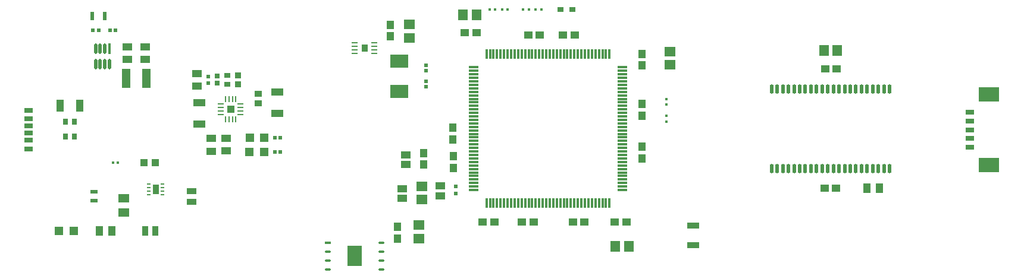
<source format=gbr>
%TF.GenerationSoftware,Altium Limited,Altium Designer,25.8.1 (18)*%
G04 Layer_Color=8421504*
%FSLAX45Y45*%
%MOMM*%
%TF.SameCoordinates,7B3F40D8-49BE-4A82-B445-1243D3C56F15*%
%TF.FilePolarity,Positive*%
%TF.FileFunction,Paste,Top*%
%TF.Part,Single*%
G01*
G75*
%TA.AperFunction,SMDPad,CuDef*%
G04:AMPARAMS|DCode=10|XSize=0.55mm|YSize=1.35mm|CornerRadius=0.275mm|HoleSize=0mm|Usage=FLASHONLY|Rotation=0.000|XOffset=0mm|YOffset=0mm|HoleType=Round|Shape=RoundedRectangle|*
%AMROUNDEDRECTD10*
21,1,0.55000,0.80000,0,0,0.0*
21,1,0.00000,1.35000,0,0,0.0*
1,1,0.55000,0.00000,-0.40000*
1,1,0.55000,0.00000,-0.40000*
1,1,0.55000,0.00000,0.40000*
1,1,0.55000,0.00000,0.40000*
%
%ADD10ROUNDEDRECTD10*%
%ADD11R,1.35000X0.35000*%
%ADD12R,0.35000X1.35000*%
%ADD13R,1.40000X1.50000*%
%ADD14R,1.50000X1.40000*%
%ADD15R,1.01213X1.15814*%
%ADD16R,1.15814X1.01213*%
%ADD17R,0.90000X0.80000*%
%ADD18R,1.70000X0.95000*%
%ADD19R,0.50000X0.50000*%
%ADD20R,1.35000X1.10000*%
%ADD21R,0.52000X0.56000*%
G04:AMPARAMS|DCode=23|XSize=0.86107mm|YSize=0.23928mm|CornerRadius=0.11964mm|HoleSize=0mm|Usage=FLASHONLY|Rotation=0.000|XOffset=0mm|YOffset=0mm|HoleType=Round|Shape=RoundedRectangle|*
%AMROUNDEDRECTD23*
21,1,0.86107,0.00000,0,0,0.0*
21,1,0.62178,0.23928,0,0,0.0*
1,1,0.23928,0.31089,0.00000*
1,1,0.23928,-0.31089,0.00000*
1,1,0.23928,-0.31089,0.00000*
1,1,0.23928,0.31089,0.00000*
%
%ADD23ROUNDEDRECTD23*%
%ADD24R,1.80000X1.00000*%
%ADD25R,0.85000X0.70000*%
%ADD26R,0.90000X0.85000*%
%ADD27R,0.60000X1.25000*%
G04:AMPARAMS|DCode=28|XSize=1.50524mm|YSize=0.45493mm|CornerRadius=0.22746mm|HoleSize=0mm|Usage=FLASHONLY|Rotation=270.000|XOffset=0mm|YOffset=0mm|HoleType=Round|Shape=RoundedRectangle|*
%AMROUNDEDRECTD28*
21,1,1.50524,0.00000,0,0,270.0*
21,1,1.05031,0.45493,0,0,270.0*
1,1,0.45493,0.00000,-0.52516*
1,1,0.45493,0.00000,0.52516*
1,1,0.45493,0.00000,0.52516*
1,1,0.45493,0.00000,-0.52516*
%
%ADD28ROUNDEDRECTD28*%
%ADD29R,1.35000X1.00000*%
%ADD30R,0.52000X0.52000*%
%ADD31R,0.65000X0.65000*%
%ADD32R,0.55000X0.55000*%
%ADD33R,1.05000X0.90000*%
G04:AMPARAMS|DCode=35|XSize=0.23928mm|YSize=0.86602mm|CornerRadius=0.11964mm|HoleSize=0mm|Usage=FLASHONLY|Rotation=0.000|XOffset=0mm|YOffset=0mm|HoleType=Round|Shape=RoundedRectangle|*
%AMROUNDEDRECTD35*
21,1,0.23928,0.62673,0,0,0.0*
21,1,0.00000,0.86602,0,0,0.0*
1,1,0.23928,0.00000,-0.31337*
1,1,0.23928,0.00000,-0.31337*
1,1,0.23928,0.00000,0.31337*
1,1,0.23928,0.00000,0.31337*
%
%ADD35ROUNDEDRECTD35*%
G04:AMPARAMS|DCode=37|XSize=0.86107mm|YSize=0.39247mm|CornerRadius=0.19624mm|HoleSize=0mm|Usage=FLASHONLY|Rotation=0.000|XOffset=0mm|YOffset=0mm|HoleType=Round|Shape=RoundedRectangle|*
%AMROUNDEDRECTD37*
21,1,0.86107,0.00000,0,0,0.0*
21,1,0.46860,0.39247,0,0,0.0*
1,1,0.39247,0.23430,0.00000*
1,1,0.39247,-0.23430,0.00000*
1,1,0.39247,-0.23430,0.00000*
1,1,0.39247,0.23430,0.00000*
%
%ADD37ROUNDEDRECTD37*%
G04:AMPARAMS|DCode=38|XSize=0.86602mm|YSize=0.23928mm|CornerRadius=0.11964mm|HoleSize=0mm|Usage=FLASHONLY|Rotation=0.000|XOffset=0mm|YOffset=0mm|HoleType=Round|Shape=RoundedRectangle|*
%AMROUNDEDRECTD38*
21,1,0.86602,0.00000,0,0,0.0*
21,1,0.62673,0.23928,0,0,0.0*
1,1,0.23928,0.31337,0.00000*
1,1,0.23928,-0.31337,0.00000*
1,1,0.23928,-0.31337,0.00000*
1,1,0.23928,0.31337,0.00000*
%
%ADD38ROUNDEDRECTD38*%
%ADD39R,1.20000X0.80000*%
%ADD40R,0.73504X0.86213*%
G04:AMPARAMS|DCode=41|XSize=0.25mm|YSize=0.5mm|CornerRadius=0.05mm|HoleSize=0mm|Usage=FLASHONLY|Rotation=270.000|XOffset=0mm|YOffset=0mm|HoleType=Round|Shape=RoundedRectangle|*
%AMROUNDEDRECTD41*
21,1,0.25000,0.40000,0,0,270.0*
21,1,0.15000,0.50000,0,0,270.0*
1,1,0.10000,-0.20000,-0.07500*
1,1,0.10000,-0.20000,0.07500*
1,1,0.10000,0.20000,0.07500*
1,1,0.10000,0.20000,-0.07500*
%
%ADD41ROUNDEDRECTD41*%
%ADD42R,1.13504X1.06213*%
%ADD44R,1.35000X0.95000*%
%ADD45R,0.95000X1.35000*%
%ADD46R,1.20000X1.20000*%
%ADD47R,1.00000X1.35000*%
%ADD48R,0.45000X0.45000*%
%ADD49R,0.45000X0.45000*%
%ADD50R,1.55620X1.45490*%
%ADD51R,0.45000X0.35000*%
%ADD52R,1.00000X0.55000*%
%ADD53R,1.55000X1.25000*%
%ADD54R,1.30000X0.80000*%
%ADD55R,2.60000X1.90000*%
%ADD56R,0.86107X0.39247*%
%ADD57R,1.20000X0.76000*%
%ADD58R,1.20000X0.70000*%
%ADD59R,1.00000X1.80000*%
%ADD60R,0.86602X0.23928*%
%ADD61R,1.45000X1.05000*%
%ADD62R,1.25000X2.70000*%
%ADD63R,0.55000X0.50000*%
%ADD64R,0.45493X1.50524*%
%ADD65R,3.00000X2.10000*%
%ADD66R,0.86107X0.23928*%
%TA.AperFunction,NonConductor*%
%ADD106R,1.06253X1.06253*%
%ADD107R,2.07240X2.97240*%
%ADD108R,0.85184X1.05184*%
%ADD109R,0.85400X1.46600*%
D10*
X14868539Y8543100D02*
D03*
X15828540Y7408100D02*
D03*
X14148540Y8543100D02*
D03*
X14548540Y7408100D02*
D03*
X15428540Y8543100D02*
D03*
X15668539D02*
D03*
X14468539D02*
D03*
X14308540Y7408100D02*
D03*
X15748540D02*
D03*
X15108540D02*
D03*
X14228540Y8543100D02*
D03*
X14948540D02*
D03*
X15028540Y7408100D02*
D03*
X14228540D02*
D03*
X15748540Y8543100D02*
D03*
X14788541D02*
D03*
X14308540D02*
D03*
X15588541Y7408100D02*
D03*
X14468539D02*
D03*
X15188541Y8543100D02*
D03*
X15508540D02*
D03*
X14148540Y7408100D02*
D03*
X14788541D02*
D03*
X15668539D02*
D03*
X15028540Y8543100D02*
D03*
X14948540Y7408100D02*
D03*
X14388541D02*
D03*
X15108540Y8543100D02*
D03*
X15828540D02*
D03*
X15188541Y7408100D02*
D03*
X15588541Y8543100D02*
D03*
X14868539Y7408100D02*
D03*
X14548540Y8543100D02*
D03*
X15428540Y7408100D02*
D03*
X14388541Y8543100D02*
D03*
X14628540Y7408100D02*
D03*
X14708540D02*
D03*
X15268539D02*
D03*
X15348540D02*
D03*
X15508540D02*
D03*
X14628540Y8543100D02*
D03*
X14708540D02*
D03*
X15268539D02*
D03*
X15348540D02*
D03*
D11*
X12029925Y7950600D02*
D03*
X9904925Y8150600D02*
D03*
X12029925Y7800600D02*
D03*
X9904925Y8800600D02*
D03*
Y8300600D02*
D03*
X12029925D02*
D03*
Y7450600D02*
D03*
X9904925Y8250600D02*
D03*
X12029925Y7850600D02*
D03*
Y8800600D02*
D03*
Y8150600D02*
D03*
Y7600600D02*
D03*
X9904925Y8600600D02*
D03*
Y8100600D02*
D03*
Y7350600D02*
D03*
Y8400600D02*
D03*
X12029925Y7700600D02*
D03*
Y7500600D02*
D03*
X9904925Y7300600D02*
D03*
Y7400600D02*
D03*
Y8050600D02*
D03*
X12029925Y8200600D02*
D03*
Y7650600D02*
D03*
Y8850600D02*
D03*
Y7900600D02*
D03*
X9904925Y8350600D02*
D03*
Y8200600D02*
D03*
X12029925Y7750600D02*
D03*
Y7550600D02*
D03*
X9904925Y7650600D02*
D03*
Y8850600D02*
D03*
Y8750600D02*
D03*
Y8700600D02*
D03*
Y8650600D02*
D03*
Y8550600D02*
D03*
Y8450600D02*
D03*
Y8000600D02*
D03*
Y7950600D02*
D03*
Y7900600D02*
D03*
Y7850600D02*
D03*
Y7800600D02*
D03*
Y7750600D02*
D03*
Y7700600D02*
D03*
Y7600600D02*
D03*
Y7550600D02*
D03*
Y7500600D02*
D03*
Y7450600D02*
D03*
Y7250600D02*
D03*
Y7200600D02*
D03*
Y7150600D02*
D03*
Y7100600D02*
D03*
X12029925D02*
D03*
Y7150600D02*
D03*
Y7200600D02*
D03*
Y7250600D02*
D03*
Y7300600D02*
D03*
Y7350600D02*
D03*
Y7400600D02*
D03*
Y8000600D02*
D03*
Y8050600D02*
D03*
Y8100600D02*
D03*
Y8250600D02*
D03*
Y8350600D02*
D03*
Y8400600D02*
D03*
Y8450600D02*
D03*
Y8500600D02*
D03*
Y8550600D02*
D03*
Y8600600D02*
D03*
Y8650600D02*
D03*
Y8700600D02*
D03*
Y8750600D02*
D03*
X9904925Y8500600D02*
D03*
D12*
X11592425Y9038100D02*
D03*
X10992425Y6913100D02*
D03*
X11242425D02*
D03*
X10742425D02*
D03*
X11542425Y9038100D02*
D03*
X11292425D02*
D03*
X10792425D02*
D03*
X10142425Y6913100D02*
D03*
X11292425D02*
D03*
X10792425D02*
D03*
X11042425D02*
D03*
X11392425Y9038100D02*
D03*
X10192425Y6913100D02*
D03*
X10092425Y9038100D02*
D03*
X10842425Y6913100D02*
D03*
X11342425D02*
D03*
X11842425D02*
D03*
X10742425Y9038100D02*
D03*
X11242425D02*
D03*
X10892425Y6913100D02*
D03*
X11142425D02*
D03*
X11392425D02*
D03*
X11092425D02*
D03*
X10942425D02*
D03*
X11342425Y9038100D02*
D03*
X11192425Y6913100D02*
D03*
X10092425D02*
D03*
X10242425D02*
D03*
X10292425D02*
D03*
X10342425D02*
D03*
X10392425D02*
D03*
X10442425D02*
D03*
X10492425D02*
D03*
X10542425D02*
D03*
X10592425D02*
D03*
X10642425D02*
D03*
X10692425D02*
D03*
X11442425D02*
D03*
X11492425D02*
D03*
X11542425D02*
D03*
X11592425D02*
D03*
X11642425D02*
D03*
X11692425D02*
D03*
X11742425D02*
D03*
X11792425D02*
D03*
X11842425Y9038100D02*
D03*
X11792425D02*
D03*
X11742425D02*
D03*
X11692425D02*
D03*
X11642425D02*
D03*
X11492425D02*
D03*
X11442425D02*
D03*
X11192425D02*
D03*
X11142425D02*
D03*
X11092425D02*
D03*
X11042425D02*
D03*
X10992425D02*
D03*
X10942425D02*
D03*
X10892425D02*
D03*
X10842425D02*
D03*
X10692425D02*
D03*
X10642425D02*
D03*
X10592425D02*
D03*
X10542425D02*
D03*
X10492425D02*
D03*
X10442425D02*
D03*
X10392425D02*
D03*
X10342425D02*
D03*
X10292425D02*
D03*
X10242425D02*
D03*
X10192425D02*
D03*
X10142425D02*
D03*
D13*
X14893539Y9093200D02*
D03*
X9760200Y9601200D02*
D03*
X12115300Y6299200D02*
D03*
X15083540Y9093200D02*
D03*
X9950200Y9601200D02*
D03*
X11925300Y6299200D02*
D03*
D14*
X12700000Y9073900D02*
D03*
X8991600Y9461500D02*
D03*
X9131300Y6597400D02*
D03*
X8991600Y9271500D02*
D03*
X9131300Y6407400D02*
D03*
X12700000Y8883900D02*
D03*
D15*
X12306300Y8877300D02*
D03*
Y7550001D02*
D03*
Y8159601D02*
D03*
X9613900Y7988599D02*
D03*
X9620250Y7416561D02*
D03*
X8724900Y9455400D02*
D03*
X9194800Y7626500D02*
D03*
X8826500Y6572399D02*
D03*
X12306300Y9042699D02*
D03*
Y8324999D02*
D03*
Y7715399D02*
D03*
X8724900Y9290001D02*
D03*
X9613900Y7823200D02*
D03*
X9620250Y7581959D02*
D03*
X9194800Y7461101D02*
D03*
X8826500Y6407001D02*
D03*
D16*
X14912041Y8826500D02*
D03*
X11347599Y9309100D02*
D03*
X10852299D02*
D03*
X9785200Y9347200D02*
D03*
X15068700Y7124700D02*
D03*
X12084199Y6642100D02*
D03*
X11321901D02*
D03*
X10039201D02*
D03*
X10598001D02*
D03*
X11182201Y9309100D02*
D03*
X10686901D02*
D03*
X14903300Y7124700D02*
D03*
X11918801Y6642100D02*
D03*
X11487299D02*
D03*
X10763399D02*
D03*
X9950599Y9347200D02*
D03*
X10204600Y6642100D02*
D03*
X15077440Y8826500D02*
D03*
D17*
X11311800Y9677400D02*
D03*
X11141800D02*
D03*
D18*
X13030200Y6311600D02*
D03*
Y6591600D02*
D03*
D19*
X9652000Y7048500D02*
D03*
Y7148500D02*
D03*
D20*
X9436100Y7016600D02*
D03*
X8940800Y7601100D02*
D03*
X8890000Y7118500D02*
D03*
X8940800Y7461100D02*
D03*
X8890000Y6978500D02*
D03*
X9436100Y7156600D02*
D03*
D21*
X9232900Y8800200D02*
D03*
Y8649600D02*
D03*
Y8571600D02*
D03*
Y8878200D02*
D03*
D23*
X8214047Y9050200D02*
D03*
X8499153Y9200200D02*
D03*
Y9100200D02*
D03*
X8499153Y9050200D02*
D03*
X8499153Y9150200D02*
D03*
X8214047Y9100200D02*
D03*
Y9150200D02*
D03*
D24*
X7113374Y8495900D02*
D03*
X6008475Y8043499D02*
D03*
Y8343500D02*
D03*
X7113374Y8195900D02*
D03*
D25*
X6402174Y8736200D02*
D03*
X6402174Y8611199D02*
D03*
D26*
X6553200Y8739100D02*
D03*
X6553199Y8609100D02*
D03*
D27*
X4663500Y9585677D02*
D03*
X4483500D02*
D03*
D28*
X4725900Y8898503D02*
D03*
X4660900D02*
D03*
X4595900Y9118600D02*
D03*
X4530900D02*
D03*
X4530900Y8898504D02*
D03*
X4595900Y8898503D02*
D03*
X4660900Y9118600D02*
D03*
D29*
X5970049Y8763700D02*
D03*
X6389474Y7656599D02*
D03*
X6173574Y7655500D02*
D03*
X5970049Y8583700D02*
D03*
X6173574Y7835500D02*
D03*
X6389474Y7836600D02*
D03*
D30*
X4573500Y9382477D02*
D03*
X4493500Y9382477D02*
D03*
X4734800Y9382477D02*
D03*
X4814800Y9382478D02*
D03*
D31*
X6261749Y8723700D02*
D03*
Y8623700D02*
D03*
D32*
X6135474Y8718700D02*
D03*
Y8628700D02*
D03*
D33*
X6846674Y8470500D02*
D03*
Y8335500D02*
D03*
D35*
X6526600Y8112694D02*
D03*
X6526600Y8397305D02*
D03*
X6426600Y8397305D02*
D03*
X6376600Y8112694D02*
D03*
X6376600Y8397305D02*
D03*
X6476600Y8112694D02*
D03*
Y8397305D02*
D03*
X6426600Y8112694D02*
D03*
D37*
X7832793Y5969000D02*
D03*
X8597900Y6350000D02*
D03*
Y6223000D02*
D03*
Y5969000D02*
D03*
X7832793Y6223000D02*
D03*
X8597900Y6096000D02*
D03*
X7832794D02*
D03*
D38*
X6309294Y8180000D02*
D03*
Y8280000D02*
D03*
Y8230000D02*
D03*
X6593906D02*
D03*
Y8280000D02*
D03*
Y8329999D02*
D03*
Y8180000D02*
D03*
D39*
X3576600Y8237675D02*
D03*
Y7687675D02*
D03*
D40*
X4225179Y8076726D02*
D03*
X4227139Y7861300D02*
D03*
X4102100Y8076726D02*
D03*
X4104061Y7861300D02*
D03*
D41*
X5479800Y7187000D02*
D03*
X5479800Y7037000D02*
D03*
X5289799Y7137000D02*
D03*
X5289800Y7087000D02*
D03*
X5479800D02*
D03*
X5479800Y7137000D02*
D03*
X5289800Y7037000D02*
D03*
X5289799Y7187000D02*
D03*
D42*
X5377440Y7493000D02*
D03*
X5214361Y7493000D02*
D03*
D44*
X5892800Y6935400D02*
D03*
Y7085400D02*
D03*
D45*
X5383600Y6515100D02*
D03*
X5233600D02*
D03*
D46*
X4009800D02*
D03*
X4219800D02*
D03*
X6719674Y7645000D02*
D03*
X6723075Y7848199D02*
D03*
X6933074D02*
D03*
X6929675Y7645000D02*
D03*
D47*
X15505600Y7124700D02*
D03*
X15685600D02*
D03*
X4763600Y6515100D02*
D03*
X4583600D02*
D03*
D48*
X12649200Y8318500D02*
D03*
Y8155300D02*
D03*
Y8398500D02*
D03*
Y8075300D02*
D03*
D49*
X10793100Y9677400D02*
D03*
X10695300D02*
D03*
X10214600D02*
D03*
X10312400D02*
D03*
X10873100D02*
D03*
X10392400D02*
D03*
X10615300D02*
D03*
X10134600D02*
D03*
D50*
X9169400Y6968635D02*
D03*
Y7153765D02*
D03*
D51*
X4780800Y7493000D02*
D03*
X4845800D02*
D03*
D52*
X4508500Y6947900D02*
D03*
X4508500Y7072900D02*
D03*
D53*
X4927600Y6780900D02*
D03*
Y6985900D02*
D03*
D54*
X16967200Y7834474D02*
D03*
Y8209474D02*
D03*
Y7959474D02*
D03*
Y8084474D02*
D03*
Y7709474D02*
D03*
D55*
X8851900Y8509900D02*
D03*
Y8939900D02*
D03*
D56*
X7832794Y6350000D02*
D03*
D57*
X3576600Y8114675D02*
D03*
Y7810675D02*
D03*
D58*
Y8012675D02*
D03*
Y7912675D02*
D03*
D59*
X4305600Y8305800D02*
D03*
X4025600D02*
D03*
D60*
X6309294Y8330000D02*
D03*
D61*
X5233900Y8959777D02*
D03*
X4979900Y8959778D02*
D03*
X4979900Y9144777D02*
D03*
X5233900Y9144776D02*
D03*
D62*
X5249400Y8696677D02*
D03*
X4964400Y8696676D02*
D03*
D63*
X7157075Y7644999D02*
D03*
Y7848199D02*
D03*
X7082074Y7644999D02*
D03*
Y7848199D02*
D03*
D64*
X4725901Y9118600D02*
D03*
D65*
X17242200Y8464474D02*
D03*
Y7454474D02*
D03*
D66*
X8214047Y9200200D02*
D03*
D106*
X6451600Y8255000D02*
D03*
D107*
X8215347Y6159500D02*
D03*
D108*
X8356600Y9125200D02*
D03*
D109*
X5384803Y7112002D02*
D03*
%TF.MD5,7b143b44f582de80c3d3b0edf904064b*%
M02*

</source>
